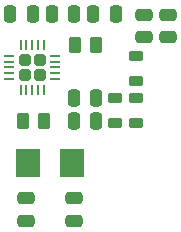
<source format=gbr>
%TF.GenerationSoftware,KiCad,Pcbnew,8.0.8*%
%TF.CreationDate,2025-03-31T21:12:05+02:00*%
%TF.ProjectId,nrf24small,6e726632-3473-46d6-916c-6c2e6b696361,rev?*%
%TF.SameCoordinates,Original*%
%TF.FileFunction,Paste,Top*%
%TF.FilePolarity,Positive*%
%FSLAX46Y46*%
G04 Gerber Fmt 4.6, Leading zero omitted, Abs format (unit mm)*
G04 Created by KiCad (PCBNEW 8.0.8) date 2025-03-31 21:12:05*
%MOMM*%
%LPD*%
G01*
G04 APERTURE LIST*
G04 Aperture macros list*
%AMRoundRect*
0 Rectangle with rounded corners*
0 $1 Rounding radius*
0 $2 $3 $4 $5 $6 $7 $8 $9 X,Y pos of 4 corners*
0 Add a 4 corners polygon primitive as box body*
4,1,4,$2,$3,$4,$5,$6,$7,$8,$9,$2,$3,0*
0 Add four circle primitives for the rounded corners*
1,1,$1+$1,$2,$3*
1,1,$1+$1,$4,$5*
1,1,$1+$1,$6,$7*
1,1,$1+$1,$8,$9*
0 Add four rect primitives between the rounded corners*
20,1,$1+$1,$2,$3,$4,$5,0*
20,1,$1+$1,$4,$5,$6,$7,0*
20,1,$1+$1,$6,$7,$8,$9,0*
20,1,$1+$1,$8,$9,$2,$3,0*%
G04 Aperture macros list end*
%ADD10R,2.000000X2.400000*%
%ADD11RoundRect,0.250000X-0.255000X-0.255000X0.255000X-0.255000X0.255000X0.255000X-0.255000X0.255000X0*%
%ADD12RoundRect,0.062500X-0.350000X-0.062500X0.350000X-0.062500X0.350000X0.062500X-0.350000X0.062500X0*%
%ADD13RoundRect,0.062500X-0.062500X-0.350000X0.062500X-0.350000X0.062500X0.350000X-0.062500X0.350000X0*%
%ADD14RoundRect,0.250000X-0.475000X0.250000X-0.475000X-0.250000X0.475000X-0.250000X0.475000X0.250000X0*%
%ADD15RoundRect,0.250000X0.250000X0.475000X-0.250000X0.475000X-0.250000X-0.475000X0.250000X-0.475000X0*%
%ADD16RoundRect,0.250000X-0.250000X-0.475000X0.250000X-0.475000X0.250000X0.475000X-0.250000X0.475000X0*%
%ADD17RoundRect,0.218750X0.381250X-0.218750X0.381250X0.218750X-0.381250X0.218750X-0.381250X-0.218750X0*%
%ADD18RoundRect,0.218750X-0.381250X0.218750X-0.381250X-0.218750X0.381250X-0.218750X0.381250X0.218750X0*%
%ADD19RoundRect,0.250000X0.262500X0.450000X-0.262500X0.450000X-0.262500X-0.450000X0.262500X-0.450000X0*%
G04 APERTURE END LIST*
D10*
%TO.C,Y1*%
X93350000Y-64500000D03*
X89650000Y-64500000D03*
%TD*%
D11*
%TO.C,U1*%
X89375000Y-55812500D03*
X89375000Y-57062500D03*
X90625000Y-55812500D03*
X90625000Y-57062500D03*
D12*
X88062500Y-55437500D03*
X88062500Y-55937500D03*
X88062500Y-56437500D03*
X88062500Y-56937500D03*
X88062500Y-57437500D03*
D13*
X89000000Y-58375000D03*
X89500000Y-58375000D03*
X90000000Y-58375000D03*
X90500000Y-58375000D03*
X91000000Y-58375000D03*
D12*
X91937500Y-57437500D03*
X91937500Y-56937500D03*
X91937500Y-56437500D03*
X91937500Y-55937500D03*
X91937500Y-55437500D03*
D13*
X91000000Y-54500000D03*
X90500000Y-54500000D03*
X90000000Y-54500000D03*
X89500000Y-54500000D03*
X89000000Y-54500000D03*
%TD*%
D14*
%TO.C,C10*%
X101500000Y-52000000D03*
X101500000Y-53900000D03*
%TD*%
%TO.C,C9*%
X99450000Y-52000000D03*
X99450000Y-53900000D03*
%TD*%
D15*
%TO.C,C8*%
X93500000Y-59000000D03*
X95400000Y-59000000D03*
%TD*%
%TO.C,C7*%
X95400000Y-61000000D03*
X93500000Y-61000000D03*
%TD*%
D14*
%TO.C,C6*%
X89500000Y-67500000D03*
X89500000Y-69400000D03*
%TD*%
%TO.C,C5*%
X93500000Y-67500000D03*
X93500000Y-69400000D03*
%TD*%
D15*
%TO.C,C4*%
X88125000Y-51937500D03*
X90025000Y-51937500D03*
%TD*%
D16*
%TO.C,C3*%
X95150000Y-51937500D03*
X97050000Y-51937500D03*
%TD*%
%TO.C,C1*%
X91625000Y-51937500D03*
X93525000Y-51937500D03*
%TD*%
D17*
%TO.C,L2*%
X97000000Y-61125000D03*
X97000000Y-59000000D03*
%TD*%
D18*
%TO.C,L3*%
X98800000Y-61125000D03*
X98800000Y-59000000D03*
%TD*%
%TO.C,L4*%
X98800000Y-55500000D03*
X98800000Y-57625000D03*
%TD*%
D19*
%TO.C,R1*%
X95412500Y-54500000D03*
X93587500Y-54500000D03*
%TD*%
%TO.C,R2*%
X91000000Y-61000000D03*
X89175000Y-61000000D03*
%TD*%
M02*

</source>
